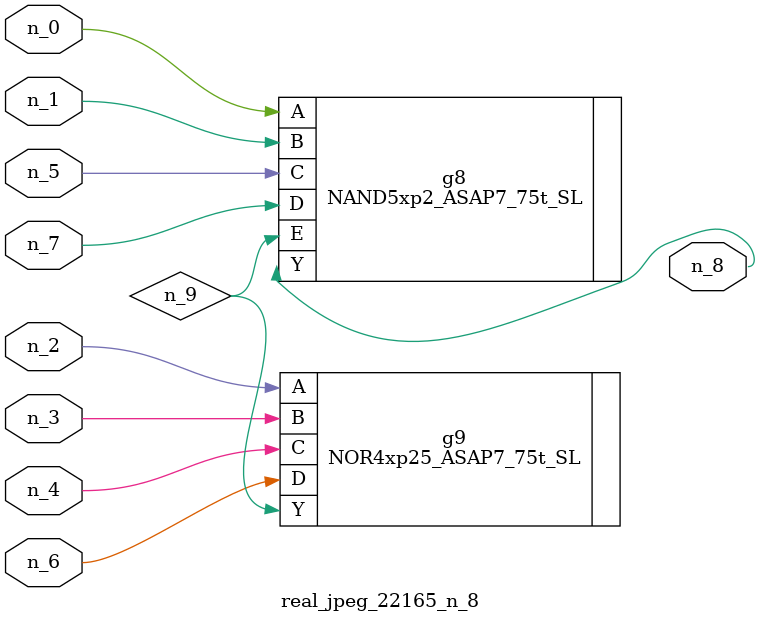
<source format=v>
module real_jpeg_22165_n_8 (n_5, n_4, n_0, n_1, n_2, n_6, n_7, n_3, n_8);

input n_5;
input n_4;
input n_0;
input n_1;
input n_2;
input n_6;
input n_7;
input n_3;

output n_8;

wire n_9;

NAND5xp2_ASAP7_75t_SL g8 ( 
.A(n_0),
.B(n_1),
.C(n_5),
.D(n_7),
.E(n_9),
.Y(n_8)
);

NOR4xp25_ASAP7_75t_SL g9 ( 
.A(n_2),
.B(n_3),
.C(n_4),
.D(n_6),
.Y(n_9)
);


endmodule
</source>
